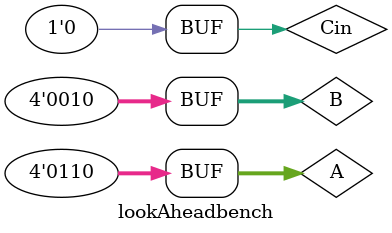
<source format=v>
/*
module lookAhead
(	input	[3:0] A, [3:0] B,
		[0:0] Cin,
	output	[3:0] C);
*/
module lookAheadbench;

	reg [3:0] A, B;
	reg [0:0] Cin;
	wire [3:0] C;

	lookAhead lookAheadTest(A,B,Cin,C);

	initial begin
		A = 2; B = 6; Cin = 0; #15;
		A = 6; B = 2; Cin = 0; #15;
	end

	initial begin
		$monitor($time, " A=%d B=%d Cin=%d Co=%b", A, B, Cin, C);
	end
	
endmodule
	

</source>
